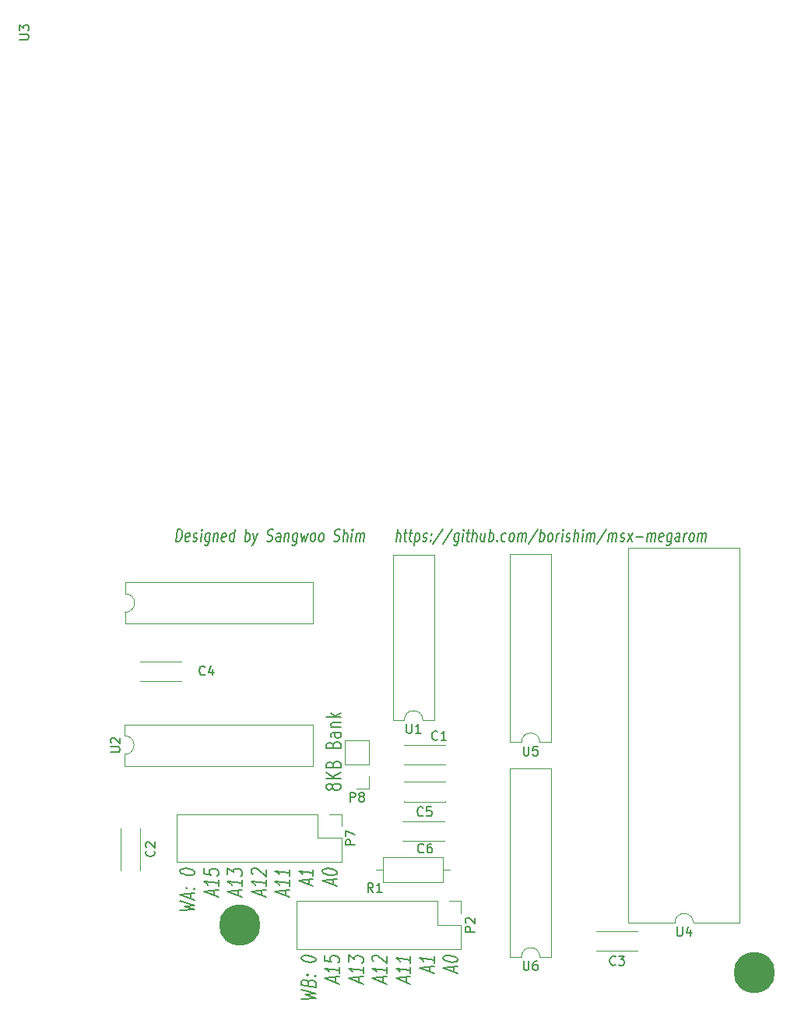
<source format=gbr>
%TF.GenerationSoftware,KiCad,Pcbnew,(6.0.2-0)*%
%TF.CreationDate,2022-04-21T10:57:23-07:00*%
%TF.ProjectId,megarom,6d656761-726f-46d2-9e6b-696361645f70,rev?*%
%TF.SameCoordinates,Original*%
%TF.FileFunction,Legend,Top*%
%TF.FilePolarity,Positive*%
%FSLAX46Y46*%
G04 Gerber Fmt 4.6, Leading zero omitted, Abs format (unit mm)*
G04 Created by KiCad (PCBNEW (6.0.2-0)) date 2022-04-21 10:57:23*
%MOMM*%
%LPD*%
G01*
G04 APERTURE LIST*
%ADD10C,0.200000*%
%ADD11C,0.150000*%
%ADD12C,0.120000*%
%ADD13C,4.500000*%
G04 APERTURE END LIST*
D10*
X102256811Y-60633695D02*
X102419311Y-59333695D01*
X102657406Y-59333695D01*
X102792525Y-59395600D01*
X102872287Y-59519409D01*
X102904430Y-59643219D01*
X102921097Y-59890838D01*
X102897882Y-60076552D01*
X102819311Y-60324171D01*
X102756216Y-60447980D01*
X102645501Y-60571790D01*
X102494906Y-60633695D01*
X102256811Y-60633695D01*
X103645501Y-60571790D02*
X103542525Y-60633695D01*
X103352049Y-60633695D01*
X103264549Y-60571790D01*
X103232406Y-60447980D01*
X103294311Y-59952742D01*
X103357406Y-59828933D01*
X103460382Y-59767028D01*
X103650858Y-59767028D01*
X103738358Y-59828933D01*
X103770501Y-59952742D01*
X103755025Y-60076552D01*
X103263358Y-60200361D01*
X104074073Y-60571790D02*
X104161573Y-60633695D01*
X104352049Y-60633695D01*
X104455025Y-60571790D01*
X104518120Y-60447980D01*
X104525858Y-60386076D01*
X104493716Y-60262266D01*
X104406216Y-60200361D01*
X104263358Y-60200361D01*
X104175858Y-60138457D01*
X104143716Y-60014647D01*
X104151454Y-59952742D01*
X104214549Y-59828933D01*
X104317525Y-59767028D01*
X104460382Y-59767028D01*
X104547882Y-59828933D01*
X104923477Y-60633695D02*
X105031811Y-59767028D01*
X105085977Y-59333695D02*
X105030620Y-59395600D01*
X105070501Y-59457504D01*
X105125858Y-59395600D01*
X105085977Y-59333695D01*
X105070501Y-59457504D01*
X105936573Y-59767028D02*
X105805025Y-60819409D01*
X105741930Y-60943219D01*
X105686573Y-61005123D01*
X105583597Y-61067028D01*
X105440739Y-61067028D01*
X105353239Y-61005123D01*
X105835977Y-60571790D02*
X105733001Y-60633695D01*
X105542525Y-60633695D01*
X105455025Y-60571790D01*
X105415144Y-60509885D01*
X105383001Y-60386076D01*
X105429430Y-60014647D01*
X105492525Y-59890838D01*
X105547882Y-59828933D01*
X105650858Y-59767028D01*
X105841335Y-59767028D01*
X105928835Y-59828933D01*
X106412763Y-59767028D02*
X106304430Y-60633695D01*
X106397287Y-59890838D02*
X106452644Y-59828933D01*
X106555620Y-59767028D01*
X106698477Y-59767028D01*
X106785977Y-59828933D01*
X106818120Y-59952742D01*
X106733001Y-60633695D01*
X107597882Y-60571790D02*
X107494906Y-60633695D01*
X107304430Y-60633695D01*
X107216930Y-60571790D01*
X107184787Y-60447980D01*
X107246692Y-59952742D01*
X107309787Y-59828933D01*
X107412763Y-59767028D01*
X107603239Y-59767028D01*
X107690739Y-59828933D01*
X107722882Y-59952742D01*
X107707406Y-60076552D01*
X107215739Y-60200361D01*
X108494906Y-60633695D02*
X108657406Y-59333695D01*
X108502644Y-60571790D02*
X108399668Y-60633695D01*
X108209192Y-60633695D01*
X108121692Y-60571790D01*
X108081811Y-60509885D01*
X108049668Y-60386076D01*
X108096097Y-60014647D01*
X108159192Y-59890838D01*
X108214549Y-59828933D01*
X108317525Y-59767028D01*
X108508001Y-59767028D01*
X108595501Y-59828933D01*
X109733001Y-60633695D02*
X109895501Y-59333695D01*
X109833597Y-59828933D02*
X109936573Y-59767028D01*
X110127049Y-59767028D01*
X110214549Y-59828933D01*
X110254430Y-59890838D01*
X110286573Y-60014647D01*
X110240144Y-60386076D01*
X110177049Y-60509885D01*
X110121692Y-60571790D01*
X110018716Y-60633695D01*
X109828239Y-60633695D01*
X109740739Y-60571790D01*
X110650858Y-59767028D02*
X110780620Y-60633695D01*
X111127049Y-59767028D02*
X110780620Y-60633695D01*
X110646692Y-60943219D01*
X110591335Y-61005123D01*
X110488358Y-61067028D01*
X112121692Y-60571790D02*
X112256811Y-60633695D01*
X112494906Y-60633695D01*
X112597882Y-60571790D01*
X112653239Y-60509885D01*
X112716335Y-60386076D01*
X112731811Y-60262266D01*
X112699668Y-60138457D01*
X112659787Y-60076552D01*
X112572287Y-60014647D01*
X112389549Y-59952742D01*
X112302049Y-59890838D01*
X112262168Y-59828933D01*
X112230025Y-59705123D01*
X112245501Y-59581314D01*
X112308597Y-59457504D01*
X112363954Y-59395600D01*
X112466930Y-59333695D01*
X112705025Y-59333695D01*
X112840144Y-59395600D01*
X113542525Y-60633695D02*
X113627644Y-59952742D01*
X113595501Y-59828933D01*
X113508001Y-59767028D01*
X113317525Y-59767028D01*
X113214549Y-59828933D01*
X113550263Y-60571790D02*
X113447287Y-60633695D01*
X113209192Y-60633695D01*
X113121692Y-60571790D01*
X113089549Y-60447980D01*
X113105025Y-60324171D01*
X113168120Y-60200361D01*
X113271097Y-60138457D01*
X113509192Y-60138457D01*
X113612168Y-60076552D01*
X114127049Y-59767028D02*
X114018716Y-60633695D01*
X114111573Y-59890838D02*
X114166930Y-59828933D01*
X114269906Y-59767028D01*
X114412763Y-59767028D01*
X114500263Y-59828933D01*
X114532406Y-59952742D01*
X114447287Y-60633695D01*
X115460382Y-59767028D02*
X115328835Y-60819409D01*
X115265739Y-60943219D01*
X115210382Y-61005123D01*
X115107406Y-61067028D01*
X114964549Y-61067028D01*
X114877049Y-61005123D01*
X115359787Y-60571790D02*
X115256811Y-60633695D01*
X115066335Y-60633695D01*
X114978835Y-60571790D01*
X114938954Y-60509885D01*
X114906811Y-60386076D01*
X114953239Y-60014647D01*
X115016335Y-59890838D01*
X115071692Y-59828933D01*
X115174668Y-59767028D01*
X115365144Y-59767028D01*
X115452644Y-59828933D01*
X115841335Y-59767028D02*
X115923477Y-60633695D01*
X116191335Y-60014647D01*
X116304430Y-60633695D01*
X116603239Y-59767028D01*
X117018716Y-60633695D02*
X116931216Y-60571790D01*
X116891335Y-60509885D01*
X116859192Y-60386076D01*
X116905620Y-60014647D01*
X116968716Y-59890838D01*
X117024073Y-59828933D01*
X117127049Y-59767028D01*
X117269906Y-59767028D01*
X117357406Y-59828933D01*
X117397287Y-59890838D01*
X117429430Y-60014647D01*
X117383001Y-60386076D01*
X117319906Y-60509885D01*
X117264549Y-60571790D01*
X117161573Y-60633695D01*
X117018716Y-60633695D01*
X117923477Y-60633695D02*
X117835977Y-60571790D01*
X117796097Y-60509885D01*
X117763954Y-60386076D01*
X117810382Y-60014647D01*
X117873477Y-59890838D01*
X117928835Y-59828933D01*
X118031811Y-59767028D01*
X118174668Y-59767028D01*
X118262168Y-59828933D01*
X118302049Y-59890838D01*
X118334192Y-60014647D01*
X118287763Y-60386076D01*
X118224668Y-60509885D01*
X118169311Y-60571790D01*
X118066335Y-60633695D01*
X117923477Y-60633695D01*
X119407406Y-60571790D02*
X119542525Y-60633695D01*
X119780620Y-60633695D01*
X119883597Y-60571790D01*
X119938954Y-60509885D01*
X120002049Y-60386076D01*
X120017525Y-60262266D01*
X119985382Y-60138457D01*
X119945501Y-60076552D01*
X119858001Y-60014647D01*
X119675263Y-59952742D01*
X119587763Y-59890838D01*
X119547882Y-59828933D01*
X119515739Y-59705123D01*
X119531216Y-59581314D01*
X119594311Y-59457504D01*
X119649668Y-59395600D01*
X119752644Y-59333695D01*
X119990739Y-59333695D01*
X120125858Y-59395600D01*
X120399668Y-60633695D02*
X120562168Y-59333695D01*
X120828239Y-60633695D02*
X120913358Y-59952742D01*
X120881216Y-59828933D01*
X120793716Y-59767028D01*
X120650858Y-59767028D01*
X120547882Y-59828933D01*
X120492525Y-59890838D01*
X121304430Y-60633695D02*
X121412763Y-59767028D01*
X121466930Y-59333695D02*
X121411573Y-59395600D01*
X121451454Y-59457504D01*
X121506811Y-59395600D01*
X121466930Y-59333695D01*
X121451454Y-59457504D01*
X121780620Y-60633695D02*
X121888954Y-59767028D01*
X121873477Y-59890838D02*
X121928835Y-59828933D01*
X122031811Y-59767028D01*
X122174668Y-59767028D01*
X122262168Y-59828933D01*
X122294311Y-59952742D01*
X122209192Y-60633695D01*
X122294311Y-59952742D02*
X122357406Y-59828933D01*
X122460382Y-59767028D01*
X122603239Y-59767028D01*
X122690739Y-59828933D01*
X122722882Y-59952742D01*
X122637763Y-60633695D01*
X126161573Y-60633695D02*
X126324073Y-59333695D01*
X126590144Y-60633695D02*
X126675263Y-59952742D01*
X126643120Y-59828933D01*
X126555620Y-59767028D01*
X126412763Y-59767028D01*
X126309787Y-59828933D01*
X126254430Y-59890838D01*
X127031811Y-59767028D02*
X127412763Y-59767028D01*
X127228835Y-59333695D02*
X127089549Y-60447980D01*
X127121692Y-60571790D01*
X127209192Y-60633695D01*
X127304430Y-60633695D01*
X127603239Y-59767028D02*
X127984192Y-59767028D01*
X127800263Y-59333695D02*
X127660977Y-60447980D01*
X127693120Y-60571790D01*
X127780620Y-60633695D01*
X127875858Y-60633695D01*
X128317525Y-59767028D02*
X128155025Y-61067028D01*
X128309787Y-59828933D02*
X128412763Y-59767028D01*
X128603239Y-59767028D01*
X128690739Y-59828933D01*
X128730620Y-59890838D01*
X128762763Y-60014647D01*
X128716335Y-60386076D01*
X128653239Y-60509885D01*
X128597882Y-60571790D01*
X128494906Y-60633695D01*
X128304430Y-60633695D01*
X128216930Y-60571790D01*
X129074073Y-60571790D02*
X129161573Y-60633695D01*
X129352049Y-60633695D01*
X129455025Y-60571790D01*
X129518120Y-60447980D01*
X129525858Y-60386076D01*
X129493716Y-60262266D01*
X129406216Y-60200361D01*
X129263358Y-60200361D01*
X129175858Y-60138457D01*
X129143716Y-60014647D01*
X129151454Y-59952742D01*
X129214549Y-59828933D01*
X129317525Y-59767028D01*
X129460382Y-59767028D01*
X129547882Y-59828933D01*
X129938954Y-60509885D02*
X129978835Y-60571790D01*
X129923477Y-60633695D01*
X129883597Y-60571790D01*
X129938954Y-60509885D01*
X129923477Y-60633695D01*
X130024073Y-59828933D02*
X130063954Y-59890838D01*
X130008597Y-59952742D01*
X129968716Y-59890838D01*
X130024073Y-59828933D01*
X130008597Y-59952742D01*
X131284192Y-59271790D02*
X130218120Y-60943219D01*
X132331811Y-59271790D02*
X131265739Y-60943219D01*
X133031811Y-59767028D02*
X132900263Y-60819409D01*
X132837168Y-60943219D01*
X132781811Y-61005123D01*
X132678835Y-61067028D01*
X132535977Y-61067028D01*
X132448477Y-61005123D01*
X132931216Y-60571790D02*
X132828239Y-60633695D01*
X132637763Y-60633695D01*
X132550263Y-60571790D01*
X132510382Y-60509885D01*
X132478239Y-60386076D01*
X132524668Y-60014647D01*
X132587763Y-59890838D01*
X132643120Y-59828933D01*
X132746097Y-59767028D01*
X132936573Y-59767028D01*
X133024073Y-59828933D01*
X133399668Y-60633695D02*
X133508001Y-59767028D01*
X133562168Y-59333695D02*
X133506811Y-59395600D01*
X133546692Y-59457504D01*
X133602049Y-59395600D01*
X133562168Y-59333695D01*
X133546692Y-59457504D01*
X133841335Y-59767028D02*
X134222287Y-59767028D01*
X134038358Y-59333695D02*
X133899073Y-60447980D01*
X133931216Y-60571790D01*
X134018716Y-60633695D01*
X134113954Y-60633695D01*
X134447287Y-60633695D02*
X134609787Y-59333695D01*
X134875858Y-60633695D02*
X134960977Y-59952742D01*
X134928835Y-59828933D01*
X134841335Y-59767028D01*
X134698477Y-59767028D01*
X134595501Y-59828933D01*
X134540144Y-59890838D01*
X135888954Y-59767028D02*
X135780620Y-60633695D01*
X135460382Y-59767028D02*
X135375263Y-60447980D01*
X135407406Y-60571790D01*
X135494906Y-60633695D01*
X135637763Y-60633695D01*
X135740739Y-60571790D01*
X135796097Y-60509885D01*
X136256811Y-60633695D02*
X136419311Y-59333695D01*
X136357406Y-59828933D02*
X136460382Y-59767028D01*
X136650858Y-59767028D01*
X136738358Y-59828933D01*
X136778239Y-59890838D01*
X136810382Y-60014647D01*
X136763954Y-60386076D01*
X136700858Y-60509885D01*
X136645501Y-60571790D01*
X136542525Y-60633695D01*
X136352049Y-60633695D01*
X136264549Y-60571790D01*
X137177049Y-60509885D02*
X137216930Y-60571790D01*
X137161573Y-60633695D01*
X137121692Y-60571790D01*
X137177049Y-60509885D01*
X137161573Y-60633695D01*
X138074073Y-60571790D02*
X137971097Y-60633695D01*
X137780620Y-60633695D01*
X137693120Y-60571790D01*
X137653239Y-60509885D01*
X137621097Y-60386076D01*
X137667525Y-60014647D01*
X137730620Y-59890838D01*
X137785977Y-59828933D01*
X137888954Y-59767028D01*
X138079430Y-59767028D01*
X138166930Y-59828933D01*
X138637763Y-60633695D02*
X138550263Y-60571790D01*
X138510382Y-60509885D01*
X138478239Y-60386076D01*
X138524668Y-60014647D01*
X138587763Y-59890838D01*
X138643120Y-59828933D01*
X138746097Y-59767028D01*
X138888954Y-59767028D01*
X138976454Y-59828933D01*
X139016335Y-59890838D01*
X139048477Y-60014647D01*
X139002049Y-60386076D01*
X138938954Y-60509885D01*
X138883597Y-60571790D01*
X138780620Y-60633695D01*
X138637763Y-60633695D01*
X139399668Y-60633695D02*
X139508001Y-59767028D01*
X139492525Y-59890838D02*
X139547882Y-59828933D01*
X139650858Y-59767028D01*
X139793716Y-59767028D01*
X139881216Y-59828933D01*
X139913358Y-59952742D01*
X139828239Y-60633695D01*
X139913358Y-59952742D02*
X139976454Y-59828933D01*
X140079430Y-59767028D01*
X140222287Y-59767028D01*
X140309787Y-59828933D01*
X140341930Y-59952742D01*
X140256811Y-60633695D01*
X141617525Y-59271790D02*
X140551454Y-60943219D01*
X141780620Y-60633695D02*
X141943120Y-59333695D01*
X141881216Y-59828933D02*
X141984192Y-59767028D01*
X142174668Y-59767028D01*
X142262168Y-59828933D01*
X142302049Y-59890838D01*
X142334192Y-60014647D01*
X142287763Y-60386076D01*
X142224668Y-60509885D01*
X142169311Y-60571790D01*
X142066335Y-60633695D01*
X141875858Y-60633695D01*
X141788358Y-60571790D01*
X142828239Y-60633695D02*
X142740739Y-60571790D01*
X142700858Y-60509885D01*
X142668716Y-60386076D01*
X142715144Y-60014647D01*
X142778239Y-59890838D01*
X142833597Y-59828933D01*
X142936573Y-59767028D01*
X143079430Y-59767028D01*
X143166930Y-59828933D01*
X143206811Y-59890838D01*
X143238954Y-60014647D01*
X143192525Y-60386076D01*
X143129430Y-60509885D01*
X143074073Y-60571790D01*
X142971097Y-60633695D01*
X142828239Y-60633695D01*
X143590144Y-60633695D02*
X143698477Y-59767028D01*
X143667525Y-60014647D02*
X143730620Y-59890838D01*
X143785977Y-59828933D01*
X143888954Y-59767028D01*
X143984192Y-59767028D01*
X144209192Y-60633695D02*
X144317525Y-59767028D01*
X144371692Y-59333695D02*
X144316335Y-59395600D01*
X144356216Y-59457504D01*
X144411573Y-59395600D01*
X144371692Y-59333695D01*
X144356216Y-59457504D01*
X144645501Y-60571790D02*
X144733001Y-60633695D01*
X144923477Y-60633695D01*
X145026454Y-60571790D01*
X145089549Y-60447980D01*
X145097287Y-60386076D01*
X145065144Y-60262266D01*
X144977644Y-60200361D01*
X144834787Y-60200361D01*
X144747287Y-60138457D01*
X144715144Y-60014647D01*
X144722882Y-59952742D01*
X144785977Y-59828933D01*
X144888954Y-59767028D01*
X145031811Y-59767028D01*
X145119311Y-59828933D01*
X145494906Y-60633695D02*
X145657406Y-59333695D01*
X145923477Y-60633695D02*
X146008597Y-59952742D01*
X145976454Y-59828933D01*
X145888954Y-59767028D01*
X145746097Y-59767028D01*
X145643120Y-59828933D01*
X145587763Y-59890838D01*
X146399668Y-60633695D02*
X146508001Y-59767028D01*
X146562168Y-59333695D02*
X146506811Y-59395600D01*
X146546692Y-59457504D01*
X146602049Y-59395600D01*
X146562168Y-59333695D01*
X146546692Y-59457504D01*
X146875858Y-60633695D02*
X146984192Y-59767028D01*
X146968716Y-59890838D02*
X147024073Y-59828933D01*
X147127049Y-59767028D01*
X147269906Y-59767028D01*
X147357406Y-59828933D01*
X147389549Y-59952742D01*
X147304430Y-60633695D01*
X147389549Y-59952742D02*
X147452644Y-59828933D01*
X147555620Y-59767028D01*
X147698477Y-59767028D01*
X147785977Y-59828933D01*
X147818120Y-59952742D01*
X147733001Y-60633695D01*
X149093716Y-59271790D02*
X148027644Y-60943219D01*
X149256811Y-60633695D02*
X149365144Y-59767028D01*
X149349668Y-59890838D02*
X149405025Y-59828933D01*
X149508001Y-59767028D01*
X149650858Y-59767028D01*
X149738358Y-59828933D01*
X149770501Y-59952742D01*
X149685382Y-60633695D01*
X149770501Y-59952742D02*
X149833597Y-59828933D01*
X149936573Y-59767028D01*
X150079430Y-59767028D01*
X150166930Y-59828933D01*
X150199073Y-59952742D01*
X150113954Y-60633695D01*
X150550263Y-60571790D02*
X150637763Y-60633695D01*
X150828239Y-60633695D01*
X150931216Y-60571790D01*
X150994311Y-60447980D01*
X151002049Y-60386076D01*
X150969906Y-60262266D01*
X150882406Y-60200361D01*
X150739549Y-60200361D01*
X150652049Y-60138457D01*
X150619906Y-60014647D01*
X150627644Y-59952742D01*
X150690739Y-59828933D01*
X150793716Y-59767028D01*
X150936573Y-59767028D01*
X151024073Y-59828933D01*
X151304430Y-60633695D02*
X151936573Y-59767028D01*
X151412763Y-59767028D02*
X151828239Y-60633695D01*
X152271097Y-60138457D02*
X153033001Y-60138457D01*
X153447287Y-60633695D02*
X153555620Y-59767028D01*
X153540144Y-59890838D02*
X153595501Y-59828933D01*
X153698477Y-59767028D01*
X153841335Y-59767028D01*
X153928835Y-59828933D01*
X153960977Y-59952742D01*
X153875858Y-60633695D01*
X153960977Y-59952742D02*
X154024073Y-59828933D01*
X154127049Y-59767028D01*
X154269906Y-59767028D01*
X154357406Y-59828933D01*
X154389549Y-59952742D01*
X154304430Y-60633695D01*
X155169311Y-60571790D02*
X155066335Y-60633695D01*
X154875858Y-60633695D01*
X154788358Y-60571790D01*
X154756216Y-60447980D01*
X154818120Y-59952742D01*
X154881216Y-59828933D01*
X154984192Y-59767028D01*
X155174668Y-59767028D01*
X155262168Y-59828933D01*
X155294311Y-59952742D01*
X155278835Y-60076552D01*
X154787168Y-60200361D01*
X156174668Y-59767028D02*
X156043120Y-60819409D01*
X155980025Y-60943219D01*
X155924668Y-61005123D01*
X155821692Y-61067028D01*
X155678835Y-61067028D01*
X155591335Y-61005123D01*
X156074073Y-60571790D02*
X155971097Y-60633695D01*
X155780620Y-60633695D01*
X155693120Y-60571790D01*
X155653239Y-60509885D01*
X155621097Y-60386076D01*
X155667525Y-60014647D01*
X155730620Y-59890838D01*
X155785977Y-59828933D01*
X155888954Y-59767028D01*
X156079430Y-59767028D01*
X156166930Y-59828933D01*
X156971097Y-60633695D02*
X157056216Y-59952742D01*
X157024073Y-59828933D01*
X156936573Y-59767028D01*
X156746097Y-59767028D01*
X156643120Y-59828933D01*
X156978835Y-60571790D02*
X156875858Y-60633695D01*
X156637763Y-60633695D01*
X156550263Y-60571790D01*
X156518120Y-60447980D01*
X156533597Y-60324171D01*
X156596692Y-60200361D01*
X156699668Y-60138457D01*
X156937763Y-60138457D01*
X157040739Y-60076552D01*
X157447287Y-60633695D02*
X157555620Y-59767028D01*
X157524668Y-60014647D02*
X157587763Y-59890838D01*
X157643120Y-59828933D01*
X157746097Y-59767028D01*
X157841335Y-59767028D01*
X158209192Y-60633695D02*
X158121692Y-60571790D01*
X158081811Y-60509885D01*
X158049668Y-60386076D01*
X158096097Y-60014647D01*
X158159192Y-59890838D01*
X158214549Y-59828933D01*
X158317525Y-59767028D01*
X158460382Y-59767028D01*
X158547882Y-59828933D01*
X158587763Y-59890838D01*
X158619906Y-60014647D01*
X158573477Y-60386076D01*
X158510382Y-60509885D01*
X158455025Y-60571790D01*
X158352049Y-60633695D01*
X158209192Y-60633695D01*
X158971097Y-60633695D02*
X159079430Y-59767028D01*
X159063954Y-59890838D02*
X159119311Y-59828933D01*
X159222287Y-59767028D01*
X159365144Y-59767028D01*
X159452644Y-59828933D01*
X159484787Y-59952742D01*
X159399668Y-60633695D01*
X159484787Y-59952742D02*
X159547882Y-59828933D01*
X159650858Y-59767028D01*
X159793716Y-59767028D01*
X159881216Y-59828933D01*
X159913358Y-59952742D01*
X159828239Y-60633695D01*
D11*
X119240323Y-87407257D02*
X119164133Y-87521542D01*
X119087942Y-87578685D01*
X118935561Y-87635828D01*
X118859371Y-87635828D01*
X118706990Y-87578685D01*
X118630800Y-87521542D01*
X118554609Y-87407257D01*
X118554609Y-87178685D01*
X118630800Y-87064400D01*
X118706990Y-87007257D01*
X118859371Y-86950114D01*
X118935561Y-86950114D01*
X119087942Y-87007257D01*
X119164133Y-87064400D01*
X119240323Y-87178685D01*
X119240323Y-87407257D01*
X119316514Y-87521542D01*
X119392704Y-87578685D01*
X119545085Y-87635828D01*
X119849847Y-87635828D01*
X120002228Y-87578685D01*
X120078419Y-87521542D01*
X120154609Y-87407257D01*
X120154609Y-87178685D01*
X120078419Y-87064400D01*
X120002228Y-87007257D01*
X119849847Y-86950114D01*
X119545085Y-86950114D01*
X119392704Y-87007257D01*
X119316514Y-87064400D01*
X119240323Y-87178685D01*
X120154609Y-86435828D02*
X118554609Y-86435828D01*
X120154609Y-85750114D02*
X119240323Y-86264400D01*
X118554609Y-85750114D02*
X119468895Y-86435828D01*
X119316514Y-84835828D02*
X119392704Y-84664400D01*
X119468895Y-84607257D01*
X119621276Y-84550114D01*
X119849847Y-84550114D01*
X120002228Y-84607257D01*
X120078419Y-84664400D01*
X120154609Y-84778685D01*
X120154609Y-85235828D01*
X118554609Y-85235828D01*
X118554609Y-84835828D01*
X118630800Y-84721542D01*
X118706990Y-84664400D01*
X118859371Y-84607257D01*
X119011752Y-84607257D01*
X119164133Y-84664400D01*
X119240323Y-84721542D01*
X119316514Y-84835828D01*
X119316514Y-85235828D01*
X119316514Y-82721542D02*
X119392704Y-82550114D01*
X119468895Y-82492971D01*
X119621276Y-82435828D01*
X119849847Y-82435828D01*
X120002228Y-82492971D01*
X120078419Y-82550114D01*
X120154609Y-82664400D01*
X120154609Y-83121542D01*
X118554609Y-83121542D01*
X118554609Y-82721542D01*
X118630800Y-82607257D01*
X118706990Y-82550114D01*
X118859371Y-82492971D01*
X119011752Y-82492971D01*
X119164133Y-82550114D01*
X119240323Y-82607257D01*
X119316514Y-82721542D01*
X119316514Y-83121542D01*
X120154609Y-81407257D02*
X119316514Y-81407257D01*
X119164133Y-81464400D01*
X119087942Y-81578685D01*
X119087942Y-81807257D01*
X119164133Y-81921542D01*
X120078419Y-81407257D02*
X120154609Y-81521542D01*
X120154609Y-81807257D01*
X120078419Y-81921542D01*
X119926038Y-81978685D01*
X119773657Y-81978685D01*
X119621276Y-81921542D01*
X119545085Y-81807257D01*
X119545085Y-81521542D01*
X119468895Y-81407257D01*
X119087942Y-80835828D02*
X120154609Y-80835828D01*
X119240323Y-80835828D02*
X119164133Y-80778685D01*
X119087942Y-80664400D01*
X119087942Y-80492971D01*
X119164133Y-80378685D01*
X119316514Y-80321542D01*
X120154609Y-80321542D01*
X120154609Y-79750114D02*
X118554609Y-79750114D01*
X119545085Y-79635828D02*
X120154609Y-79292971D01*
X119087942Y-79292971D02*
X119697466Y-79750114D01*
X115855809Y-110343747D02*
X117455809Y-110258033D01*
X116312952Y-109886604D01*
X117455809Y-109800890D01*
X115855809Y-109315176D01*
X116617714Y-108553271D02*
X116693904Y-108391366D01*
X116770095Y-108343747D01*
X116922476Y-108305652D01*
X117151047Y-108334223D01*
X117303428Y-108410414D01*
X117379619Y-108477080D01*
X117455809Y-108600890D01*
X117455809Y-109058033D01*
X115855809Y-108858033D01*
X115855809Y-108458033D01*
X115932000Y-108353271D01*
X116008190Y-108305652D01*
X116160571Y-108267557D01*
X116312952Y-108286604D01*
X116465333Y-108362795D01*
X116541523Y-108429461D01*
X116617714Y-108553271D01*
X116617714Y-108953271D01*
X117303428Y-107838985D02*
X117379619Y-107791366D01*
X117455809Y-107858033D01*
X117379619Y-107905652D01*
X117303428Y-107838985D01*
X117455809Y-107858033D01*
X116465333Y-107734223D02*
X116541523Y-107686604D01*
X116617714Y-107753271D01*
X116541523Y-107800890D01*
X116465333Y-107734223D01*
X116617714Y-107753271D01*
X115855809Y-105943747D02*
X115855809Y-105829461D01*
X115932000Y-105724700D01*
X116008190Y-105677080D01*
X116160571Y-105638985D01*
X116465333Y-105619938D01*
X116846285Y-105667557D01*
X117151047Y-105762795D01*
X117303428Y-105838985D01*
X117379619Y-105905652D01*
X117455809Y-106029461D01*
X117455809Y-106143747D01*
X117379619Y-106248509D01*
X117303428Y-106296128D01*
X117151047Y-106334223D01*
X116846285Y-106353271D01*
X116465333Y-106305652D01*
X116160571Y-106210414D01*
X116008190Y-106134223D01*
X115932000Y-106067557D01*
X115855809Y-105943747D01*
X119574666Y-108543747D02*
X119574666Y-107972319D01*
X120031809Y-108715176D02*
X118431809Y-108115176D01*
X120031809Y-107915176D01*
X120031809Y-106886604D02*
X120031809Y-107572319D01*
X120031809Y-107229461D02*
X118431809Y-107029461D01*
X118660380Y-107172319D01*
X118812761Y-107305652D01*
X118888952Y-107429461D01*
X118431809Y-105600890D02*
X118431809Y-106172319D01*
X119193714Y-106324700D01*
X119117523Y-106258033D01*
X119041333Y-106134223D01*
X119041333Y-105848509D01*
X119117523Y-105743747D01*
X119193714Y-105696128D01*
X119346095Y-105658033D01*
X119727047Y-105705652D01*
X119879428Y-105781842D01*
X119955619Y-105848509D01*
X120031809Y-105972319D01*
X120031809Y-106258033D01*
X119955619Y-106362795D01*
X119879428Y-106410414D01*
X122150666Y-108543747D02*
X122150666Y-107972319D01*
X122607809Y-108715176D02*
X121007809Y-108115176D01*
X122607809Y-107915176D01*
X122607809Y-106886604D02*
X122607809Y-107572319D01*
X122607809Y-107229461D02*
X121007809Y-107029461D01*
X121236380Y-107172319D01*
X121388761Y-107305652D01*
X121464952Y-107429461D01*
X121007809Y-106286604D02*
X121007809Y-105543747D01*
X121617333Y-106019938D01*
X121617333Y-105848509D01*
X121693523Y-105743747D01*
X121769714Y-105696128D01*
X121922095Y-105658033D01*
X122303047Y-105705652D01*
X122455428Y-105781842D01*
X122531619Y-105848509D01*
X122607809Y-105972319D01*
X122607809Y-106315176D01*
X122531619Y-106419938D01*
X122455428Y-106467557D01*
X124726666Y-108543747D02*
X124726666Y-107972319D01*
X125183809Y-108715176D02*
X123583809Y-108115176D01*
X125183809Y-107915176D01*
X125183809Y-106886604D02*
X125183809Y-107572319D01*
X125183809Y-107229461D02*
X123583809Y-107029461D01*
X123812380Y-107172319D01*
X123964761Y-107305652D01*
X124040952Y-107429461D01*
X123736190Y-106248509D02*
X123660000Y-106181842D01*
X123583809Y-106058033D01*
X123583809Y-105772319D01*
X123660000Y-105667557D01*
X123736190Y-105619938D01*
X123888571Y-105581842D01*
X124040952Y-105600890D01*
X124269523Y-105686604D01*
X125183809Y-106486604D01*
X125183809Y-105743747D01*
X127302666Y-108543747D02*
X127302666Y-107972319D01*
X127759809Y-108715176D02*
X126159809Y-108115176D01*
X127759809Y-107915176D01*
X127759809Y-106886604D02*
X127759809Y-107572319D01*
X127759809Y-107229461D02*
X126159809Y-107029461D01*
X126388380Y-107172319D01*
X126540761Y-107305652D01*
X126616952Y-107429461D01*
X127759809Y-105743747D02*
X127759809Y-106429461D01*
X127759809Y-106086604D02*
X126159809Y-105886604D01*
X126388380Y-106029461D01*
X126540761Y-106162795D01*
X126616952Y-106286604D01*
X129878666Y-107400890D02*
X129878666Y-106829461D01*
X130335809Y-107572319D02*
X128735809Y-106972319D01*
X130335809Y-106772319D01*
X130335809Y-105743747D02*
X130335809Y-106429461D01*
X130335809Y-106086604D02*
X128735809Y-105886604D01*
X128964380Y-106029461D01*
X129116761Y-106162795D01*
X129192952Y-106286604D01*
X132454666Y-107400890D02*
X132454666Y-106829461D01*
X132911809Y-107572319D02*
X131311809Y-106972319D01*
X132911809Y-106772319D01*
X131311809Y-105943747D02*
X131311809Y-105829461D01*
X131388000Y-105724700D01*
X131464190Y-105677080D01*
X131616571Y-105638985D01*
X131921333Y-105619938D01*
X132302285Y-105667557D01*
X132607047Y-105762795D01*
X132759428Y-105838985D01*
X132835619Y-105905652D01*
X132911809Y-106029461D01*
X132911809Y-106143747D01*
X132835619Y-106248509D01*
X132759428Y-106296128D01*
X132607047Y-106334223D01*
X132302285Y-106353271D01*
X131921333Y-106305652D01*
X131616571Y-106210414D01*
X131464190Y-106134223D01*
X131388000Y-106067557D01*
X131311809Y-105943747D01*
X102698609Y-100723519D02*
X104298609Y-100637804D01*
X103155752Y-100266376D01*
X104298609Y-100180661D01*
X102698609Y-99694947D01*
X103841466Y-99437804D02*
X103841466Y-98866376D01*
X104298609Y-99609233D02*
X102698609Y-99009233D01*
X104298609Y-98809233D01*
X104146228Y-98390185D02*
X104222419Y-98342566D01*
X104298609Y-98409233D01*
X104222419Y-98456852D01*
X104146228Y-98390185D01*
X104298609Y-98409233D01*
X103308133Y-98285423D02*
X103384323Y-98237804D01*
X103460514Y-98304471D01*
X103384323Y-98352090D01*
X103308133Y-98285423D01*
X103460514Y-98304471D01*
X102698609Y-96494947D02*
X102698609Y-96380661D01*
X102774800Y-96275900D01*
X102850990Y-96228280D01*
X103003371Y-96190185D01*
X103308133Y-96171138D01*
X103689085Y-96218757D01*
X103993847Y-96313995D01*
X104146228Y-96390185D01*
X104222419Y-96456852D01*
X104298609Y-96580661D01*
X104298609Y-96694947D01*
X104222419Y-96799709D01*
X104146228Y-96847328D01*
X103993847Y-96885423D01*
X103689085Y-96904471D01*
X103308133Y-96856852D01*
X103003371Y-96761614D01*
X102850990Y-96685423D01*
X102774800Y-96618757D01*
X102698609Y-96494947D01*
X106417466Y-99094947D02*
X106417466Y-98523519D01*
X106874609Y-99266376D02*
X105274609Y-98666376D01*
X106874609Y-98466376D01*
X106874609Y-97437804D02*
X106874609Y-98123519D01*
X106874609Y-97780661D02*
X105274609Y-97580661D01*
X105503180Y-97723519D01*
X105655561Y-97856852D01*
X105731752Y-97980661D01*
X105274609Y-96152090D02*
X105274609Y-96723519D01*
X106036514Y-96875900D01*
X105960323Y-96809233D01*
X105884133Y-96685423D01*
X105884133Y-96399709D01*
X105960323Y-96294947D01*
X106036514Y-96247328D01*
X106188895Y-96209233D01*
X106569847Y-96256852D01*
X106722228Y-96333042D01*
X106798419Y-96399709D01*
X106874609Y-96523519D01*
X106874609Y-96809233D01*
X106798419Y-96913995D01*
X106722228Y-96961614D01*
X108993466Y-99094947D02*
X108993466Y-98523519D01*
X109450609Y-99266376D02*
X107850609Y-98666376D01*
X109450609Y-98466376D01*
X109450609Y-97437804D02*
X109450609Y-98123519D01*
X109450609Y-97780661D02*
X107850609Y-97580661D01*
X108079180Y-97723519D01*
X108231561Y-97856852D01*
X108307752Y-97980661D01*
X107850609Y-96837804D02*
X107850609Y-96094947D01*
X108460133Y-96571138D01*
X108460133Y-96399709D01*
X108536323Y-96294947D01*
X108612514Y-96247328D01*
X108764895Y-96209233D01*
X109145847Y-96256852D01*
X109298228Y-96333042D01*
X109374419Y-96399709D01*
X109450609Y-96523519D01*
X109450609Y-96866376D01*
X109374419Y-96971138D01*
X109298228Y-97018757D01*
X111569466Y-99094947D02*
X111569466Y-98523519D01*
X112026609Y-99266376D02*
X110426609Y-98666376D01*
X112026609Y-98466376D01*
X112026609Y-97437804D02*
X112026609Y-98123519D01*
X112026609Y-97780661D02*
X110426609Y-97580661D01*
X110655180Y-97723519D01*
X110807561Y-97856852D01*
X110883752Y-97980661D01*
X110578990Y-96799709D02*
X110502800Y-96733042D01*
X110426609Y-96609233D01*
X110426609Y-96323519D01*
X110502800Y-96218757D01*
X110578990Y-96171138D01*
X110731371Y-96133042D01*
X110883752Y-96152090D01*
X111112323Y-96237804D01*
X112026609Y-97037804D01*
X112026609Y-96294947D01*
X114145466Y-99094947D02*
X114145466Y-98523519D01*
X114602609Y-99266376D02*
X113002609Y-98666376D01*
X114602609Y-98466376D01*
X114602609Y-97437804D02*
X114602609Y-98123519D01*
X114602609Y-97780661D02*
X113002609Y-97580661D01*
X113231180Y-97723519D01*
X113383561Y-97856852D01*
X113459752Y-97980661D01*
X114602609Y-96294947D02*
X114602609Y-96980661D01*
X114602609Y-96637804D02*
X113002609Y-96437804D01*
X113231180Y-96580661D01*
X113383561Y-96713995D01*
X113459752Y-96837804D01*
X116721466Y-97952090D02*
X116721466Y-97380661D01*
X117178609Y-98123519D02*
X115578609Y-97523519D01*
X117178609Y-97323519D01*
X117178609Y-96294947D02*
X117178609Y-96980661D01*
X117178609Y-96637804D02*
X115578609Y-96437804D01*
X115807180Y-96580661D01*
X115959561Y-96713995D01*
X116035752Y-96837804D01*
X119297466Y-97952090D02*
X119297466Y-97380661D01*
X119754609Y-98123519D02*
X118154609Y-97523519D01*
X119754609Y-97323519D01*
X118154609Y-96494947D02*
X118154609Y-96380661D01*
X118230800Y-96275900D01*
X118306990Y-96228280D01*
X118459371Y-96190185D01*
X118764133Y-96171138D01*
X119145085Y-96218757D01*
X119449847Y-96313995D01*
X119602228Y-96390185D01*
X119678419Y-96456852D01*
X119754609Y-96580661D01*
X119754609Y-96694947D01*
X119678419Y-96799709D01*
X119602228Y-96847328D01*
X119449847Y-96885423D01*
X119145085Y-96904471D01*
X118764133Y-96856852D01*
X118459371Y-96761614D01*
X118306990Y-96685423D01*
X118230800Y-96618757D01*
X118154609Y-96494947D01*
%TO.C,U4*%
X156748895Y-102518780D02*
X156748895Y-103328304D01*
X156796514Y-103423542D01*
X156844133Y-103471161D01*
X156939371Y-103518780D01*
X157129847Y-103518780D01*
X157225085Y-103471161D01*
X157272704Y-103423542D01*
X157320323Y-103328304D01*
X157320323Y-102518780D01*
X158225085Y-102852114D02*
X158225085Y-103518780D01*
X157986990Y-102471161D02*
X157748895Y-103185447D01*
X158367942Y-103185447D01*
%TO.C,U2*%
X95130580Y-83530104D02*
X95940104Y-83530104D01*
X96035342Y-83482485D01*
X96082961Y-83434866D01*
X96130580Y-83339628D01*
X96130580Y-83149152D01*
X96082961Y-83053914D01*
X96035342Y-83006295D01*
X95940104Y-82958676D01*
X95130580Y-82958676D01*
X95225819Y-82530104D02*
X95178200Y-82482485D01*
X95130580Y-82387247D01*
X95130580Y-82149152D01*
X95178200Y-82053914D01*
X95225819Y-82006295D01*
X95321057Y-81958676D01*
X95416295Y-81958676D01*
X95559152Y-82006295D01*
X96130580Y-82577723D01*
X96130580Y-81958676D01*
%TO.C,C6*%
X129170133Y-94387942D02*
X129122514Y-94435561D01*
X128979657Y-94483180D01*
X128884419Y-94483180D01*
X128741561Y-94435561D01*
X128646323Y-94340323D01*
X128598704Y-94245085D01*
X128551085Y-94054609D01*
X128551085Y-93911752D01*
X128598704Y-93721276D01*
X128646323Y-93626038D01*
X128741561Y-93530800D01*
X128884419Y-93483180D01*
X128979657Y-93483180D01*
X129122514Y-93530800D01*
X129170133Y-93578419D01*
X130027276Y-93483180D02*
X129836800Y-93483180D01*
X129741561Y-93530800D01*
X129693942Y-93578419D01*
X129598704Y-93721276D01*
X129551085Y-93911752D01*
X129551085Y-94292704D01*
X129598704Y-94387942D01*
X129646323Y-94435561D01*
X129741561Y-94483180D01*
X129932038Y-94483180D01*
X130027276Y-94435561D01*
X130074895Y-94387942D01*
X130122514Y-94292704D01*
X130122514Y-94054609D01*
X130074895Y-93959371D01*
X130027276Y-93911752D01*
X129932038Y-93864133D01*
X129741561Y-93864133D01*
X129646323Y-93911752D01*
X129598704Y-93959371D01*
X129551085Y-94054609D01*
%TO.C,C5*%
X129108533Y-90390342D02*
X129060914Y-90437961D01*
X128918057Y-90485580D01*
X128822819Y-90485580D01*
X128679961Y-90437961D01*
X128584723Y-90342723D01*
X128537104Y-90247485D01*
X128489485Y-90057009D01*
X128489485Y-89914152D01*
X128537104Y-89723676D01*
X128584723Y-89628438D01*
X128679961Y-89533200D01*
X128822819Y-89485580D01*
X128918057Y-89485580D01*
X129060914Y-89533200D01*
X129108533Y-89580819D01*
X130013295Y-89485580D02*
X129537104Y-89485580D01*
X129489485Y-89961771D01*
X129537104Y-89914152D01*
X129632342Y-89866533D01*
X129870438Y-89866533D01*
X129965676Y-89914152D01*
X130013295Y-89961771D01*
X130060914Y-90057009D01*
X130060914Y-90295104D01*
X130013295Y-90390342D01*
X129965676Y-90437961D01*
X129870438Y-90485580D01*
X129632342Y-90485580D01*
X129537104Y-90437961D01*
X129489485Y-90390342D01*
%TO.C,U6*%
X140055695Y-106227180D02*
X140055695Y-107036704D01*
X140103314Y-107131942D01*
X140150933Y-107179561D01*
X140246171Y-107227180D01*
X140436647Y-107227180D01*
X140531885Y-107179561D01*
X140579504Y-107131942D01*
X140627123Y-107036704D01*
X140627123Y-106227180D01*
X141531885Y-106227180D02*
X141341409Y-106227180D01*
X141246171Y-106274800D01*
X141198552Y-106322419D01*
X141103314Y-106465276D01*
X141055695Y-106655752D01*
X141055695Y-107036704D01*
X141103314Y-107131942D01*
X141150933Y-107179561D01*
X141246171Y-107227180D01*
X141436647Y-107227180D01*
X141531885Y-107179561D01*
X141579504Y-107131942D01*
X141627123Y-107036704D01*
X141627123Y-106798609D01*
X141579504Y-106703371D01*
X141531885Y-106655752D01*
X141436647Y-106608133D01*
X141246171Y-106608133D01*
X141150933Y-106655752D01*
X141103314Y-106703371D01*
X141055695Y-106798609D01*
%TO.C,U5*%
X140055695Y-82909980D02*
X140055695Y-83719504D01*
X140103314Y-83814742D01*
X140150933Y-83862361D01*
X140246171Y-83909980D01*
X140436647Y-83909980D01*
X140531885Y-83862361D01*
X140579504Y-83814742D01*
X140627123Y-83719504D01*
X140627123Y-82909980D01*
X141579504Y-82909980D02*
X141103314Y-82909980D01*
X141055695Y-83386171D01*
X141103314Y-83338552D01*
X141198552Y-83290933D01*
X141436647Y-83290933D01*
X141531885Y-83338552D01*
X141579504Y-83386171D01*
X141627123Y-83481409D01*
X141627123Y-83719504D01*
X141579504Y-83814742D01*
X141531885Y-83862361D01*
X141436647Y-83909980D01*
X141198552Y-83909980D01*
X141103314Y-83862361D01*
X141055695Y-83814742D01*
%TO.C,R1*%
X123683733Y-98750380D02*
X123350400Y-98274190D01*
X123112304Y-98750380D02*
X123112304Y-97750380D01*
X123493257Y-97750380D01*
X123588495Y-97798000D01*
X123636114Y-97845619D01*
X123683733Y-97940857D01*
X123683733Y-98083714D01*
X123636114Y-98178952D01*
X123588495Y-98226571D01*
X123493257Y-98274190D01*
X123112304Y-98274190D01*
X124636114Y-98750380D02*
X124064685Y-98750380D01*
X124350400Y-98750380D02*
X124350400Y-97750380D01*
X124255161Y-97893238D01*
X124159923Y-97988476D01*
X124064685Y-98036095D01*
%TO.C,P8*%
X121181904Y-88939180D02*
X121181904Y-87939180D01*
X121562857Y-87939180D01*
X121658095Y-87986800D01*
X121705714Y-88034419D01*
X121753333Y-88129657D01*
X121753333Y-88272514D01*
X121705714Y-88367752D01*
X121658095Y-88415371D01*
X121562857Y-88462990D01*
X121181904Y-88462990D01*
X122324761Y-88367752D02*
X122229523Y-88320133D01*
X122181904Y-88272514D01*
X122134285Y-88177276D01*
X122134285Y-88129657D01*
X122181904Y-88034419D01*
X122229523Y-87986800D01*
X122324761Y-87939180D01*
X122515238Y-87939180D01*
X122610476Y-87986800D01*
X122658095Y-88034419D01*
X122705714Y-88129657D01*
X122705714Y-88177276D01*
X122658095Y-88272514D01*
X122610476Y-88320133D01*
X122515238Y-88367752D01*
X122324761Y-88367752D01*
X122229523Y-88415371D01*
X122181904Y-88462990D01*
X122134285Y-88558228D01*
X122134285Y-88748704D01*
X122181904Y-88843942D01*
X122229523Y-88891561D01*
X122324761Y-88939180D01*
X122515238Y-88939180D01*
X122610476Y-88891561D01*
X122658095Y-88843942D01*
X122705714Y-88748704D01*
X122705714Y-88558228D01*
X122658095Y-88462990D01*
X122610476Y-88415371D01*
X122515238Y-88367752D01*
%TO.C,P7*%
X121705180Y-93600495D02*
X120705180Y-93600495D01*
X120705180Y-93219542D01*
X120752800Y-93124304D01*
X120800419Y-93076685D01*
X120895657Y-93029066D01*
X121038514Y-93029066D01*
X121133752Y-93076685D01*
X121181371Y-93124304D01*
X121228990Y-93219542D01*
X121228990Y-93600495D01*
X120705180Y-92695733D02*
X120705180Y-92029066D01*
X121705180Y-92457638D01*
%TO.C,U1*%
X127319895Y-80476580D02*
X127319895Y-81286104D01*
X127367514Y-81381342D01*
X127415133Y-81428961D01*
X127510371Y-81476580D01*
X127700847Y-81476580D01*
X127796085Y-81428961D01*
X127843704Y-81381342D01*
X127891323Y-81286104D01*
X127891323Y-80476580D01*
X128891323Y-81476580D02*
X128319895Y-81476580D01*
X128605609Y-81476580D02*
X128605609Y-80476580D01*
X128510371Y-80619438D01*
X128415133Y-80714676D01*
X128319895Y-80762295D01*
%TO.C,C4*%
X105395733Y-75083942D02*
X105348114Y-75131561D01*
X105205257Y-75179180D01*
X105110019Y-75179180D01*
X104967161Y-75131561D01*
X104871923Y-75036323D01*
X104824304Y-74941085D01*
X104776685Y-74750609D01*
X104776685Y-74607752D01*
X104824304Y-74417276D01*
X104871923Y-74322038D01*
X104967161Y-74226800D01*
X105110019Y-74179180D01*
X105205257Y-74179180D01*
X105348114Y-74226800D01*
X105395733Y-74274419D01*
X106252876Y-74512514D02*
X106252876Y-75179180D01*
X106014780Y-74131561D02*
X105776685Y-74845847D01*
X106395733Y-74845847D01*
%TO.C,U3*%
X85233580Y-6106504D02*
X86043104Y-6106504D01*
X86138342Y-6058885D01*
X86185961Y-6011266D01*
X86233580Y-5916028D01*
X86233580Y-5725552D01*
X86185961Y-5630314D01*
X86138342Y-5582695D01*
X86043104Y-5535076D01*
X85233580Y-5535076D01*
X85233580Y-5154123D02*
X85233580Y-4535076D01*
X85614533Y-4868409D01*
X85614533Y-4725552D01*
X85662152Y-4630314D01*
X85709771Y-4582695D01*
X85805009Y-4535076D01*
X86043104Y-4535076D01*
X86138342Y-4582695D01*
X86185961Y-4630314D01*
X86233580Y-4725552D01*
X86233580Y-5011266D01*
X86185961Y-5106504D01*
X86138342Y-5154123D01*
%TO.C,C2*%
X99839142Y-94248266D02*
X99886761Y-94295885D01*
X99934380Y-94438742D01*
X99934380Y-94533980D01*
X99886761Y-94676838D01*
X99791523Y-94772076D01*
X99696285Y-94819695D01*
X99505809Y-94867314D01*
X99362952Y-94867314D01*
X99172476Y-94819695D01*
X99077238Y-94772076D01*
X98982000Y-94676838D01*
X98934380Y-94533980D01*
X98934380Y-94438742D01*
X98982000Y-94295885D01*
X99029619Y-94248266D01*
X99029619Y-93867314D02*
X98982000Y-93819695D01*
X98934380Y-93724457D01*
X98934380Y-93486361D01*
X98982000Y-93391123D01*
X99029619Y-93343504D01*
X99124857Y-93295885D01*
X99220095Y-93295885D01*
X99362952Y-93343504D01*
X99934380Y-93914933D01*
X99934380Y-93295885D01*
%TO.C,C1*%
X130694133Y-82145142D02*
X130646514Y-82192761D01*
X130503657Y-82240380D01*
X130408419Y-82240380D01*
X130265561Y-82192761D01*
X130170323Y-82097523D01*
X130122704Y-82002285D01*
X130075085Y-81811809D01*
X130075085Y-81668952D01*
X130122704Y-81478476D01*
X130170323Y-81383238D01*
X130265561Y-81288000D01*
X130408419Y-81240380D01*
X130503657Y-81240380D01*
X130646514Y-81288000D01*
X130694133Y-81335619D01*
X131646514Y-82240380D02*
X131075085Y-82240380D01*
X131360800Y-82240380D02*
X131360800Y-81240380D01*
X131265561Y-81383238D01*
X131170323Y-81478476D01*
X131075085Y-81526095D01*
%TO.C,P2*%
X134709980Y-103049295D02*
X133709980Y-103049295D01*
X133709980Y-102668342D01*
X133757600Y-102573104D01*
X133805219Y-102525485D01*
X133900457Y-102477866D01*
X134043314Y-102477866D01*
X134138552Y-102525485D01*
X134186171Y-102573104D01*
X134233790Y-102668342D01*
X134233790Y-103049295D01*
X133805219Y-102096914D02*
X133757600Y-102049295D01*
X133709980Y-101954057D01*
X133709980Y-101715961D01*
X133757600Y-101620723D01*
X133805219Y-101573104D01*
X133900457Y-101525485D01*
X133995695Y-101525485D01*
X134138552Y-101573104D01*
X134709980Y-102144533D01*
X134709980Y-101525485D01*
%TO.C,C3*%
X150048933Y-106595542D02*
X150001314Y-106643161D01*
X149858457Y-106690780D01*
X149763219Y-106690780D01*
X149620361Y-106643161D01*
X149525123Y-106547923D01*
X149477504Y-106452685D01*
X149429885Y-106262209D01*
X149429885Y-106119352D01*
X149477504Y-105928876D01*
X149525123Y-105833638D01*
X149620361Y-105738400D01*
X149763219Y-105690780D01*
X149858457Y-105690780D01*
X150001314Y-105738400D01*
X150048933Y-105786019D01*
X150382266Y-105690780D02*
X151001314Y-105690780D01*
X150667980Y-106071733D01*
X150810838Y-106071733D01*
X150906076Y-106119352D01*
X150953695Y-106166971D01*
X151001314Y-106262209D01*
X151001314Y-106500304D01*
X150953695Y-106595542D01*
X150906076Y-106643161D01*
X150810838Y-106690780D01*
X150525123Y-106690780D01*
X150429885Y-106643161D01*
X150382266Y-106595542D01*
D12*
%TO.C,U4*%
X158510800Y-102066400D02*
G75*
G03*
X156510800Y-102066400I-1000000J0D01*
G01*
X151450800Y-102066400D02*
X156510800Y-102066400D01*
X151450800Y-61306400D02*
X151450800Y-102066400D01*
X158510800Y-102066400D02*
X163570800Y-102066400D01*
X163570800Y-61306400D02*
X151450800Y-61306400D01*
X163570800Y-102066400D02*
X163570800Y-61306400D01*
%TO.C,U2*%
X117118200Y-85018200D02*
X117118200Y-80518200D01*
X96678200Y-83768200D02*
X96678200Y-85018200D01*
X117118200Y-80518200D02*
X96678200Y-80518200D01*
X96678200Y-80518200D02*
X96678200Y-81768200D01*
X96678200Y-85018200D02*
X117118200Y-85018200D01*
X96678200Y-83768200D02*
G75*
G03*
X96678200Y-81768200I0J1000000D01*
G01*
%TO.C,C6*%
X131454400Y-91045400D02*
X131454400Y-91030400D01*
X126914400Y-93170400D02*
X126914400Y-93155400D01*
X131454400Y-93170400D02*
X131454400Y-93155400D01*
X126914400Y-91045400D02*
X126914400Y-91030400D01*
X131454400Y-93170400D02*
X126914400Y-93170400D01*
X131454400Y-91030400D02*
X126914400Y-91030400D01*
%TO.C,C5*%
X131545200Y-86778200D02*
X131545200Y-86763200D01*
X127005200Y-88903200D02*
X127005200Y-88888200D01*
X131545200Y-88903200D02*
X131545200Y-88888200D01*
X127005200Y-86778200D02*
X127005200Y-86763200D01*
X131545200Y-88903200D02*
X127005200Y-88903200D01*
X131545200Y-86763200D02*
X127005200Y-86763200D01*
%TO.C,U6*%
X138567600Y-105774800D02*
X139817600Y-105774800D01*
X143067600Y-105774800D02*
X143067600Y-85334800D01*
X138567600Y-85334800D02*
X138567600Y-105774800D01*
X141817600Y-105774800D02*
X143067600Y-105774800D01*
X143067600Y-85334800D02*
X138567600Y-85334800D01*
X141817600Y-105774800D02*
G75*
G03*
X139817600Y-105774800I-1000000J0D01*
G01*
%TO.C,U5*%
X138567600Y-82457600D02*
X139817600Y-82457600D01*
X143067600Y-82457600D02*
X143067600Y-62017600D01*
X138567600Y-62017600D02*
X138567600Y-82457600D01*
X141817600Y-82457600D02*
X143067600Y-82457600D01*
X143067600Y-62017600D02*
X138567600Y-62017600D01*
X141817600Y-82457600D02*
G75*
G03*
X139817600Y-82457600I-1000000J0D01*
G01*
%TO.C,R1*%
X132056000Y-96316800D02*
X131286000Y-96316800D01*
X123976000Y-96316800D02*
X124746000Y-96316800D01*
X124746000Y-94946800D02*
X124746000Y-97686800D01*
X131286000Y-97686800D02*
X131286000Y-94946800D01*
X124746000Y-97686800D02*
X131286000Y-97686800D01*
X131286000Y-94946800D02*
X124746000Y-94946800D01*
%TO.C,P8*%
X123250000Y-86156800D02*
X123250000Y-87486800D01*
X123250000Y-82286800D02*
X120590000Y-82286800D01*
X123250000Y-84886800D02*
X123250000Y-82286800D01*
X123250000Y-84886800D02*
X120590000Y-84886800D01*
X123250000Y-87486800D02*
X121920000Y-87486800D01*
X120590000Y-84886800D02*
X120590000Y-82286800D01*
%TO.C,P7*%
X102352800Y-90262400D02*
X102352800Y-95462400D01*
X120252800Y-95462400D02*
X102352800Y-95462400D01*
X120252800Y-92862400D02*
X120252800Y-95462400D01*
X117652800Y-90262400D02*
X102352800Y-90262400D01*
X117652800Y-90262400D02*
X117652800Y-92862400D01*
X118922800Y-90262400D02*
X120252800Y-90262400D01*
X120252800Y-90262400D02*
X120252800Y-91592400D01*
X117652800Y-92862400D02*
X120252800Y-92862400D01*
%TO.C,U1*%
X125831800Y-62124200D02*
X125831800Y-80024200D01*
X129081800Y-80024200D02*
X130331800Y-80024200D01*
X130331800Y-62124200D02*
X125831800Y-62124200D01*
X130331800Y-80024200D02*
X130331800Y-62124200D01*
X125831800Y-80024200D02*
X127081800Y-80024200D01*
X129081800Y-80024200D02*
G75*
G03*
X127081800Y-80024200I-1000000J0D01*
G01*
%TO.C,C4*%
X98314000Y-75781800D02*
X98314000Y-75796800D01*
X102854000Y-75781800D02*
X102854000Y-75796800D01*
X98314000Y-73656800D02*
X98314000Y-73671800D01*
X98314000Y-75796800D02*
X102854000Y-75796800D01*
X102854000Y-73656800D02*
X102854000Y-73671800D01*
X98314000Y-73656800D02*
X102854000Y-73656800D01*
%TO.C,U3*%
X96729000Y-68325000D02*
X96729000Y-69575000D01*
X96729000Y-69575000D02*
X117169000Y-69575000D01*
X96729000Y-65075000D02*
X96729000Y-66325000D01*
X117169000Y-65075000D02*
X96729000Y-65075000D01*
X117169000Y-69575000D02*
X117169000Y-65075000D01*
X96729000Y-68325000D02*
G75*
G03*
X96729000Y-66325000I0J1000000D01*
G01*
%TO.C,C2*%
X98352000Y-91811600D02*
X98337000Y-91811600D01*
X98352000Y-91811600D02*
X98352000Y-96351600D01*
X96227000Y-96351600D02*
X96212000Y-96351600D01*
X96227000Y-91811600D02*
X96212000Y-91811600D01*
X96212000Y-91811600D02*
X96212000Y-96351600D01*
X98352000Y-96351600D02*
X98337000Y-96351600D01*
%TO.C,C1*%
X127016000Y-84890000D02*
X131556000Y-84890000D01*
X127016000Y-82750000D02*
X127016000Y-82765000D01*
X127016000Y-82750000D02*
X131556000Y-82750000D01*
X127016000Y-84875000D02*
X127016000Y-84890000D01*
X131556000Y-82750000D02*
X131556000Y-82765000D01*
X131556000Y-84875000D02*
X131556000Y-84890000D01*
%TO.C,P2*%
X131927600Y-99711200D02*
X133257600Y-99711200D01*
X130657600Y-99711200D02*
X130657600Y-102311200D01*
X133257600Y-99711200D02*
X133257600Y-101041200D01*
X130657600Y-99711200D02*
X115357600Y-99711200D01*
X115357600Y-99711200D02*
X115357600Y-104911200D01*
X133257600Y-104911200D02*
X115357600Y-104911200D01*
X133257600Y-102311200D02*
X133257600Y-104911200D01*
X130657600Y-102311200D02*
X133257600Y-102311200D01*
%TO.C,C3*%
X152485600Y-105108400D02*
X152485600Y-105093400D01*
X152485600Y-105108400D02*
X147945600Y-105108400D01*
X152485600Y-102968400D02*
X147945600Y-102968400D01*
X152485600Y-102983400D02*
X152485600Y-102968400D01*
X147945600Y-105108400D02*
X147945600Y-105093400D01*
X147945600Y-102983400D02*
X147945600Y-102968400D01*
%TD*%
D13*
%TO.C,P1*%
X109166660Y-102280720D03*
X165166040Y-107482640D03*
%TD*%
M02*

</source>
